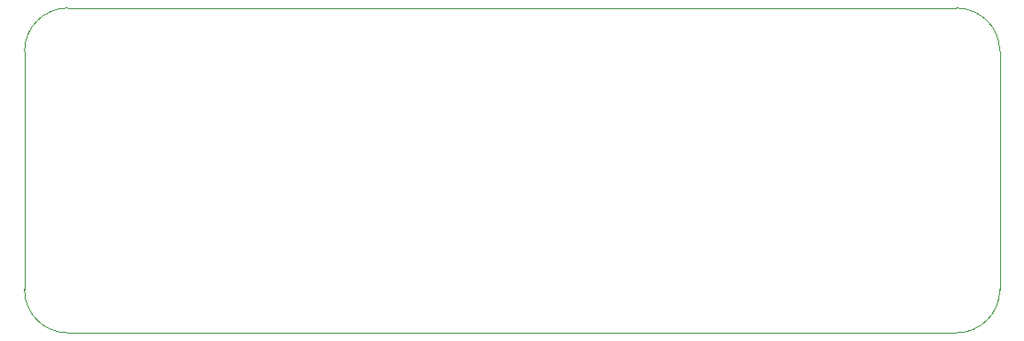
<source format=gm1>
G04*
G04 #@! TF.GenerationSoftware,Altium Limited,Altium Designer,18.0.9 (584)*
G04*
G04 Layer_Color=16711935*
%FSLAX25Y25*%
%MOIN*%
G70*
G01*
G75*
%ADD54C,0.00050*%
D54*
X468504Y212598D02*
G03*
X452756Y228346I-15748J0D01*
G01*
Y110236D02*
G03*
X468504Y125984I0J15748D01*
G01*
X114173D02*
G03*
X129921Y110236I15748J0D01*
G01*
Y228346D02*
G03*
X114173Y212598I0J-15748D01*
G01*
X468504Y125984D02*
Y212598D01*
X129921Y110236D02*
X452756D01*
X114173Y125984D02*
Y212598D01*
X129921Y228346D02*
X452756D01*
M02*

</source>
